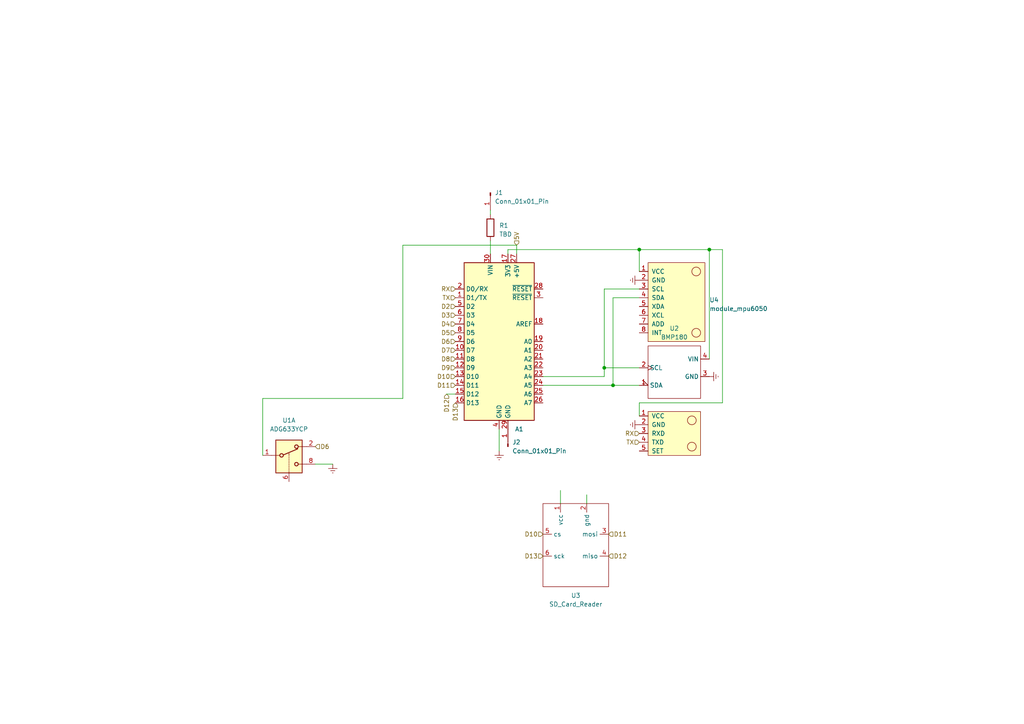
<source format=kicad_sch>
(kicad_sch (version 20230121) (generator eeschema)
  (paper "A4")
  (lib_symbols
    (symbol "Analog_Switch:ADG419BRM" (pin_names (offset 0.254))
      (property "Reference" "U" (at -3.175 4.699 0))
      (property "Value" "ADG419BRM" (at -3.175 2.921 0))
      (symbol "ADG419BRM_1_1"
        (rectangle (start -3.81 1.905) (end 3.81 -7.62) (stroke (width 0.254)) (fill (type background)))
        (circle (center -2.159 -2.54) (radius 0.508) (stroke (width 0.254)))
        (polyline (pts (xy -5.08 -2.54) (xy -2.794 -2.54)))
        (polyline (pts (xy -1.651 -2.413) (xy 2.54 -0.635)) (stroke (width 0.254)))
        (polyline (pts (xy 0 -7.62) (xy 0 -7.112)))
        (polyline (pts (xy 0 -6.858) (xy 0 -6.604)))
        (polyline (pts (xy 0 -6.35) (xy 0 -6.096)))
        (polyline (pts (xy 0 -5.842) (xy 0 -5.588)))
        (polyline (pts (xy 0 -5.334) (xy 0 -5.08)))
        (polyline (pts (xy 0 -4.826) (xy 0 -4.572)))
        (polyline (pts (xy 0 -4.318) (xy 0 -4.064)))
        (polyline (pts (xy 0 -3.81) (xy 0 -3.556)))
        (polyline (pts (xy 0 -3.302) (xy 0 -3.048)))
        (polyline (pts (xy 0 -2.794) (xy 0 -2.54)))
        (polyline (pts (xy 0 -2.286) (xy 0 -2.032)))
        (polyline (pts (xy 0 -2.286) (xy 0 -2.032)))
        (polyline (pts (xy 5.08 -5.08) (xy 2.794 -5.08)))
        (polyline (pts (xy 5.08 0) (xy 2.794 0)))
        (circle (center 2.159 -5.08) (radius 0.508) (stroke (width 0.254)))
        (circle (center 2.159 0) (radius 0.508) (stroke (width 0.254)))
        (pin passive line (at -7.62 -2.54 0) (length 2.54) (name "~") (number "1"))
        (pin passive line (at 7.62 0 180) (length 2.54) (name "~") (number "2"))
        (pin input line (at 0 -10.16 90) (length 2.54) (name "~") (number "6"))
        (pin passive line (at 7.62 -5.08 180) (length 2.54) (name "~") (number "8"))
      )
      (symbol "ADG419BRM_2_0"
        (pin power_in line (at 0 -12.7 90) (length 2.54) (name "GND") (number "3"))
        (pin power_in line (at 0 12.7 270) (length 2.54) (name "V+") (number "4"))
        (pin power_in line (at 2.54 12.7 270) (length 2.54) (name "VL") (number "5"))
        (pin power_in line (at 2.54 -12.7 90) (length 2.54) (name "V-") (number "7"))
      )
      (symbol "ADG419BRM_2_1"
        (rectangle (start -3.81 10.16) (end 6.35 -10.16) (stroke (width 0.254)) (fill (type background)))
      )
    )
    (symbol "Connector:Conn_01x01_Pin" (pin_names (offset 1.016) hide)
      (property "Reference" "J" (at 0 2.54 0))
      (property "Value" "Conn_01x01_Pin" (at 0 -2.54 0))
      (symbol "Conn_01x01_Pin_1_1"
        (polyline (pts (xy 1.27 0) (xy 0.8636 0)) (stroke (width 0.1524)))
        (rectangle (start 0.8636 0.127) (end 0 -0.127) (stroke (width 0.1524)) (fill (type outline)))
        (pin passive line (at 5.08 0 180) (length 3.81) (name "Pin_1") (number "1"))
      )
    )
    (symbol "Device:R" (pin_numbers hide) (pin_names (offset 0))
      (property "Reference" "R" (at 2.032 0 90))
      (property "Value" "R" (at 0 0 90))
      (symbol "R_0_1"
        (rectangle (start -1.016 -2.54) (end 1.016 2.54) (stroke (width 0.254)))
      )
      (symbol "R_1_1"
        (pin passive line (at 0 3.81 270) (length 1.27) (name "~") (number "1"))
        (pin passive line (at 0 -3.81 90) (length 1.27) (name "~") (number "2"))
      )
    )
    (symbol "MCU_Module:Arduino_Nano_v3.x"
      (property "Reference" "A" (at -10.16 23.495 0))
      (property "Value" "Arduino_Nano_v3.x" (at 5.08 -24.13 0))
      (symbol "Arduino_Nano_v3.x_0_1"
        (rectangle (start -10.16 22.86) (end 10.16 -22.86) (stroke (width 0.254)) (fill (type background)))
      )
      (symbol "Arduino_Nano_v3.x_1_1"
        (pin bidirectional line (at -12.7 12.7 0) (length 2.54) (name "D1/TX") (number "1"))
        (pin bidirectional line (at -12.7 -2.54 0) (length 2.54) (name "D7") (number "10"))
        (pin bidirectional line (at -12.7 -5.08 0) (length 2.54) (name "D8") (number "11"))
        (pin bidirectional line (at -12.7 -7.62 0) (length 2.54) (name "D9") (number "12"))
        (pin bidirectional line (at -12.7 -10.16 0) (length 2.54) (name "D10") (number "13"))
        (pin bidirectional line (at -12.7 -12.7 0) (length 2.54) (name "D11") (number "14"))
        (pin bidirectional line (at -12.7 -15.24 0) (length 2.54) (name "D12") (number "15"))
        (pin bidirectional line (at -12.7 -17.78 0) (length 2.54) (name "D13") (number "16"))
        (pin power_out line (at 2.54 25.4 270) (length 2.54) (name "3V3") (number "17"))
        (pin input line (at 12.7 5.08 180) (length 2.54) (name "AREF") (number "18"))
        (pin bidirectional line (at 12.7 0 180) (length 2.54) (name "A0") (number "19"))
        (pin bidirectional line (at -12.7 15.24 0) (length 2.54) (name "D0/RX") (number "2"))
        (pin bidirectional line (at 12.7 -2.54 180) (length 2.54) (name "A1") (number "20"))
        (pin bidirectional line (at 12.7 -5.08 180) (length 2.54) (name "A2") (number "21"))
        (pin bidirectional line (at 12.7 -7.62 180) (length 2.54) (name "A3") (number "22"))
        (pin bidirectional line (at 12.7 -10.16 180) (length 2.54) (name "A4") (number "23"))
        (pin bidirectional line (at 12.7 -12.7 180) (length 2.54) (name "A5") (number "24"))
        (pin bidirectional line (at 12.7 -15.24 180) (length 2.54) (name "A6") (number "25"))
        (pin bidirectional line (at 12.7 -17.78 180) (length 2.54) (name "A7") (number "26"))
        (pin power_out line (at 5.08 25.4 270) (length 2.54) (name "+5V") (number "27"))
        (pin input line (at 12.7 15.24 180) (length 2.54) (name "~{RESET}") (number "28"))
        (pin power_in line (at 2.54 -25.4 90) (length 2.54) (name "GND") (number "29"))
        (pin input line (at 12.7 12.7 180) (length 2.54) (name "~{RESET}") (number "3"))
        (pin power_in line (at -2.54 25.4 270) (length 2.54) (name "VIN") (number "30"))
        (pin power_in line (at 0 -25.4 90) (length 2.54) (name "GND") (number "4"))
        (pin bidirectional line (at -12.7 10.16 0) (length 2.54) (name "D2") (number "5"))
        (pin bidirectional line (at -12.7 7.62 0) (length 2.54) (name "D3") (number "6"))
        (pin bidirectional line (at -12.7 5.08 0) (length 2.54) (name "D4") (number "7"))
        (pin bidirectional line (at -12.7 2.54 0) (length 2.54) (name "D5") (number "8"))
        (pin bidirectional line (at -12.7 0 0) (length 2.54) (name "D6") (number "9"))
      )
    )
    (symbol "New_Library:BMP180"
      (property "Reference" "U?" (at -10.16 21.59 0))
      (property "Value" "BMP180" (at -10.16 19.05 0))
      (symbol "BMP180_0_1"
        (rectangle (start -17.78 16.51) (end -2.54 1.27))
      )
      (symbol "BMP180_1_1"
        (pin input input_low (at 0 12.7 180) (length 2.54) (name "SDA") (number "1"))
        (pin bidirectional clock (at 0 7.62 180) (length 2.54) (name "SCL") (number "2"))
        (pin power_in line (at -20.32 10.16 0) (length 2.54) (name "GND") (number "3"))
        (pin power_in line (at -20.32 5.08 0) (length 2.54) (name "VIN") (number "4"))
      )
    )
    (symbol "New_Library:SD_Card_Reader"
      (property "Reference" "U" (at 0 0 0))
      (property "Value" "SD_Card_Reader" (at 0 0 0))
      (symbol "SD_Card_Reader_0_1"
        (rectangle (start 10.16 29.21) (end -8.89 5.08))
      )
      (symbol "SD_Card_Reader_1_1"
        (pin input line (at -3.81 29.21 270) (length 2.54) (name "vcc") (number "1"))
        (pin input line (at 3.81 29.21 270) (length 2.54) (name "gnd") (number "2"))
        (pin input line (at 10.16 20.32 180) (length 2.54) (name "mosi") (number "3"))
        (pin input line (at 10.16 13.97 180) (length 2.54) (name "miso") (number "4"))
        (pin input line (at -8.89 20.32 0) (length 2.54) (name "cs") (number "5"))
        (pin input line (at -8.89 13.97 0) (length 2.54) (name "sck") (number "6"))
      )
    )
    (symbol "module_bh1750_1" (pin_names (offset 1.016))
      (property "Reference" "U5" (at 19.05 3.175 0))
      (property "Value" "HC-12" (at 19.05 0.635 0))
      (symbol "module_bh1750_1_0_1"
        (rectangle (start 2.54 8.89) (end 17.78 -3.81) (fill (type background)))
        (circle (center 15.24 -1.27) (radius 1.27))
        (circle (center 15.24 6.35) (radius 1.27))
      )
      (symbol "module_bh1750_1_1_1"
        (pin input line (at 0 7.62 0) (length 2.54) (name "VCC") (number "1"))
        (pin input line (at 0 5.08 0) (length 2.54) (name "GND") (number "2"))
        (pin input line (at 0 2.54 0) (length 2.54) (name "RXD") (number "3"))
        (pin input line (at 0 0 0) (length 2.54) (name "TXD") (number "4"))
        (pin input line (at 0 -2.54 0) (length 2.54) (name "SET") (number "5"))
      )
    )
    (symbol "power:Earth" (power) (pin_names (offset 0))
      (symbol "Earth_0_1"
        (polyline (pts (xy -0.635 -1.905) (xy 0.635 -1.905)))
        (polyline (pts (xy -0.127 -2.54) (xy 0.127 -2.54)))
        (polyline (pts (xy 0 -1.27) (xy 0 0)))
        (polyline (pts (xy 1.27 -1.27) (xy -1.27 -1.27)))
      )
      (symbol "Earth_1_1"
        (pin power_in line (at 0 0 270) (length 0) hide (name "Earth") (number "1"))
      )
    )
    (symbol "power:GNDREF" (power) (pin_names (offset 0))
      (property "Value" "GNDREF" (at 0 -3.81 0))
      (symbol "GNDREF_0_1"
        (polyline (pts (xy -0.635 -1.905) (xy 0.635 -1.905)))
        (polyline (pts (xy -0.127 -2.54) (xy 0.127 -2.54)))
        (polyline (pts (xy 0 -1.27) (xy 0 0)))
        (polyline (pts (xy 1.27 -1.27) (xy -1.27 -1.27)))
      )
      (symbol "GNDREF_1_1"
        (pin power_in line (at 0 0 270) (length 0) hide (name "GNDREF") (number "1"))
      )
    )
    (symbol "usini_sensors:module_mpu6050" (pin_names (offset 1.016))
      (property "Reference" "U" (at 2.54 21.59 0))
      (property "Value" "module_mpu6050" (at 11.43 -3.81 0))
      (symbol "module_mpu6050_0_1"
        (rectangle (start 2.54 20.32) (end 19.05 -2.54) (fill (type background)))
        (circle (center 16.51 0) (radius 1.27))
        (circle (center 16.51 17.78) (radius 1.27))
      )
      (symbol "module_mpu6050_1_1"
        (pin input line (at 0 17.78 0) (length 2.54) (name "VCC") (number "1"))
        (pin input line (at 0 15.24 0) (length 2.54) (name "GND") (number "2"))
        (pin input line (at 0 12.7 0) (length 2.54) (name "SCL") (number "3"))
        (pin input line (at 0 10.16 0) (length 2.54) (name "SDA") (number "4"))
        (pin input line (at 0 7.62 0) (length 2.54) (name "XDA") (number "5"))
        (pin input line (at 0 5.08 0) (length 2.54) (name "XCL") (number "6"))
        (pin input line (at 0 2.54 0) (length 2.54) (name "ADD") (number "7"))
        (pin input line (at 0 0 0) (length 2.54) (name "INT") (number "8"))
      )
    )
  )
  (junction (at 205.74 72.39))
  (junction (at 175.26 106.68))
  (junction (at 185.42 72.39))
  (junction (at 177.8 111.76))
  (wire (pts (xy 170.18 146.05) (xy 170.18 143.51)))
  (wire (pts (xy 116.84 71.12) (xy 149.86 71.12)))
  (wire (pts (xy 205.74 72.39) (xy 185.42 72.39)))
  (wire (pts (xy 185.42 116.84) (xy 209.55 116.84)))
  (wire (pts (xy 144.78 124.46) (xy 144.78 130.81)))
  (wire (pts (xy 129.54 114.3) (xy 132.08 114.3)))
  (wire (pts (xy 175.26 83.82) (xy 185.42 83.82)))
  (wire (pts (xy 177.8 111.76) (xy 177.8 86.36)))
  (wire (pts (xy 116.84 115.57) (xy 116.84 71.12)))
  (wire (pts (xy 185.42 120.65) (xy 185.42 116.84)))
  (wire (pts (xy 147.32 72.39) (xy 185.42 72.39)))
  (wire (pts (xy 175.26 106.68) (xy 185.42 106.68)))
  (wire (pts (xy 205.74 104.14) (xy 205.74 72.39)))
  (wire (pts (xy 149.86 71.12) (xy 149.86 73.66)))
  (wire (pts (xy 142.24 60.96) (xy 142.24 62.23)))
  (wire (pts (xy 91.44 134.62) (xy 96.52 134.62)))
  (wire (pts (xy 185.42 72.39) (xy 185.42 78.74)))
  (wire (pts (xy 147.32 72.39) (xy 147.32 73.66)))
  (wire (pts (xy 162.56 146.05) (xy 162.56 142.24)))
  (wire (pts (xy 175.26 83.82) (xy 175.26 106.68)))
  (wire (pts (xy 175.26 109.22) (xy 157.48 109.22)))
  (wire (pts (xy 177.8 111.76) (xy 185.42 111.76)))
  (wire (pts (xy 142.24 69.85) (xy 142.24 73.66)))
  (wire (pts (xy 177.8 86.36) (xy 185.42 86.36)))
  (wire (pts (xy 157.48 111.76) (xy 177.8 111.76)))
  (wire (pts (xy 76.2 115.57) (xy 116.84 115.57)))
  (wire (pts (xy 209.55 72.39) (xy 205.74 72.39)))
  (wire (pts (xy 209.55 116.84) (xy 209.55 72.39)))
  (wire (pts (xy 76.2 115.57) (xy 76.2 132.08)))
  (wire (pts (xy 175.26 106.68) (xy 175.26 109.22)))
  (hierarchical_label "TX" (shape input) (at 132.08 86.36 180))
  (hierarchical_label "D12" (shape input) (at 176.53 161.29 0))
  (hierarchical_label "D10" (shape input) (at 157.48 154.94 180))
  (hierarchical_label "D6" (shape input) (at 91.44 129.54 0))
  (hierarchical_label "D7" (shape input) (at 132.08 101.6 180))
  (hierarchical_label "D2" (shape input) (at 132.08 88.9 180))
  (hierarchical_label "RX" (shape input) (at 185.42 125.73 180))
  (hierarchical_label "D6" (shape input) (at 132.08 99.06 180))
  (hierarchical_label "D3" (shape input) (at 132.08 91.44 180))
  (hierarchical_label "RX" (shape input) (at 132.08 83.82 180))
  (hierarchical_label "D4" (shape input) (at 132.08 93.98 180))
  (hierarchical_label "D13" (shape input) (at 157.48 161.29 180))
  (hierarchical_label "TX" (shape input) (at 185.42 128.27 180))
  (hierarchical_label "D11" (shape input) (at 132.08 111.76 180))
  (hierarchical_label "D5" (shape input) (at 132.08 96.52 180))
  (hierarchical_label "5V" (shape input) (at 149.86 71.12 90))
  (hierarchical_label "D11" (shape input) (at 176.53 154.94 0))
  (hierarchical_label "D10" (shape input) (at 132.08 109.22 180))
  (hierarchical_label "D12" (shape input) (at 129.54 114.3 270))
  (hierarchical_label "D9" (shape input) (at 132.08 106.68 180))
  (hierarchical_label "D8" (shape input) (at 132.08 104.14 180))
  (hierarchical_label "D13" (shape input) (at 132.08 116.84 270))
  (symbol (lib_id "Analog_Switch:ADG419BRM") (at 83.82 129.54 0) (unit 1)
    (property "Reference" "U1" (at 83.82 121.92 0))
    (property "Value" "ADG633YCP" (at 83.82 124.46 0))
    (property "Footprint" "Button_Switch_THT:SW_PUSH_6mm_H4.3mm" (effects hide))
    (property "Datasheet" "https://www.analog.com/media/en/technical-documentation/data-sheets/ADG419.pdf" (effects hide))
  )
  (symbol (lib_id "power:GNDREF") (at 185.42 123.19 270) (unit 1)
    (property "Reference" "#PWR05" (effects hide))
    (property "Value" "GNDREF" (effects hide))
  )
  (symbol (lib_id "power:GNDREF") (at 205.74 109.22 90) (unit 1)
    (property "Reference" "#PWR01" (effects hide))
    (property "Value" "GNDREF" (effects hide))
  )
  (symbol (lib_id "New_Library:BMP180") (at 185.42 99.06 180) (unit 1)
    (property "Reference" "U2" (at 195.58 95.25 0))
    (property "Value" "BMP180" (at 195.58 97.79 0))
    (property "Footprint" "usini_sensors:module_bme280_alt" (effects hide))
  )
  (symbol (lib_id "MCU_Module:Arduino_Nano_v3.x") (at 144.78 99.06 0) (unit 1)
    (property "Reference" "A1" (at 149.3394 124.46 0) (effects (justify left)))
    (property "Value" "Arduino_Nano_v3.x" (effects hide))
    (property "Footprint" "Module:Arduino_Nano" (effects hide))
    (property "Datasheet" "http://www.mouser.com/pdfdocs/Gravitech_Arduino_Nano3_0.pdf" (effects hide))
  )
  (symbol (lib_name "module_bh1750_1") (lib_id "usini_sensors:module_bh1750") (at 185.42 128.27 0) (unit 1)
    (property "Reference" "U6" (effects hide))
    (property "Value" "HC-12" (effects hide))
    (property "Footprint" "usini_sensors:module_bh1750" (effects hide))
  )
  (symbol (lib_id "power:Earth") (at 144.78 130.81 0) (unit 1)
    (property "Reference" "#PWR08" (effects hide))
    (property "Value" "Earth" (effects hide))
  )
  (symbol (lib_id "New_Library:SD_Card_Reader") (at 166.37 175.26 0) (unit 1)
    (property "Reference" "U3" (at 167.005 172.72 0))
    (property "Value" "SD_Card_Reader" (at 167.005 175.26 0))
    (property "Footprint" "Connector_PinSocket_2.54mm:PinSocket_1x06_P2.54mm_Vertical" (effects hide))
  )
  (symbol (lib_id "power:Earth") (at 96.52 134.62 0) (unit 1)
    (property "Reference" "#PWR07" (effects hide))
    (property "Value" "Earth" (effects hide))
  )
  (symbol (lib_id "Connector:Conn_01x01_Pin") (at 147.32 129.54 90) (unit 1)
    (property "Reference" "J2" (at 148.59 128.27 90) (effects (justify right)))
    (property "Value" "Conn_01x01_Pin" (at 148.59 130.81 90) (effects (justify right)))
    (property "Footprint" "TestPoint:TestPoint_Pad_2.0x2.0mm" (effects hide))
  )
  (symbol (lib_id "Connector:Conn_01x01_Pin") (at 142.24 55.88 270) (unit 1)
    (property "Reference" "J1" (at 143.51 55.88 90) (effects (justify left)))
    (property "Value" "Conn_01x01_Pin" (at 143.51 58.42 90) (effects (justify left)))
    (property "Footprint" "TestPoint:TestPoint_Pad_2.0x2.0mm" (effects hide))
  )
  (symbol (lib_id "usini_sensors:module_mpu6050") (at 185.42 96.52 0) (unit 1)
    (property "Reference" "U4" (at 205.74 86.995 0) (effects (justify left)))
    (property "Value" "module_mpu6050" (at 205.74 89.535 0) (effects (justify left)))
    (property "Footprint" "usini_sensors:module_mpu6050" (effects hide))
  )
  (symbol (lib_id "power:GNDREF") (at 185.42 81.28 270) (unit 1)
    (property "Reference" "#PWR04" (effects hide))
    (property "Value" "GNDREF" (effects hide))
  )
  (symbol (lib_id "Device:R") (at 142.24 66.04 0) (unit 1)
    (property "Reference" "R1" (at 144.78 65.405 0) (effects (justify left)))
    (property "Value" "TBD" (at 144.78 67.945 0) (effects (justify left)))
    (property "Footprint" "Resistor_SMD:R_0603_1608Metric_Pad0.98x0.95mm_HandSolder" (effects hide))
  )
)
</source>
